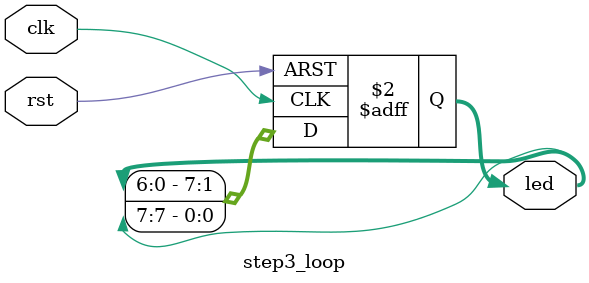
<source format=v>
`timescale 1ns / 1ps

module step3_loop(
input               clk,rst,
output reg  [7:0]   led);
always@(posedge clk or posedge rst)
begin
    if(rst)
        led <= 8'b0000_0111;
    else
        led <= {led[6:0],led[7]};
end
endmodule

</source>
